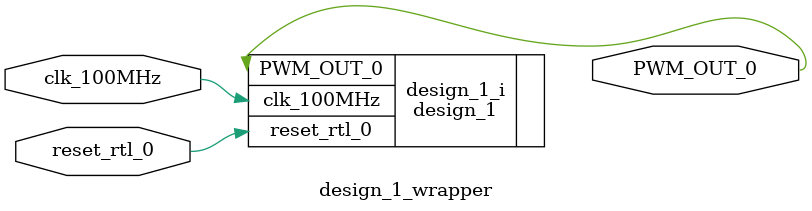
<source format=v>
`timescale 1 ps / 1 ps

module design_1_wrapper
   (PWM_OUT_0,
    clk_100MHz,
    reset_rtl_0);
  output PWM_OUT_0;
  input clk_100MHz;
  input reset_rtl_0;

  wire PWM_OUT_0;
  wire clk_100MHz;
  wire reset_rtl_0;

  design_1 design_1_i
       (.PWM_OUT_0(PWM_OUT_0),
        .clk_100MHz(clk_100MHz),
        .reset_rtl_0(reset_rtl_0));
endmodule

</source>
